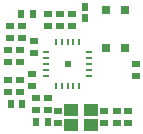
<source format=gbr>
G04 EAGLE Gerber RS-274X export*
G75*
%MOMM*%
%FSLAX34Y34*%
%LPD*%
%INSolderpaste Top*%
%IPPOS*%
%AMOC8*
5,1,8,0,0,1.08239X$1,22.5*%
G01*
%ADD10R,0.700000X0.600000*%
%ADD11R,0.600000X0.700000*%
%ADD12R,0.500000X0.500000*%
%ADD13R,0.482600X0.203200*%
%ADD14R,0.203200X0.482600*%
%ADD15R,1.200000X1.000000*%
%ADD16R,0.750000X0.700000*%
%ADD17R,0.500000X0.700000*%


D10*
X49530Y9986D03*
X49530Y19986D03*
X88678Y20240D03*
X88678Y10240D03*
X16764Y61548D03*
X16764Y71548D03*
X28924Y69548D03*
X28924Y79548D03*
X8494Y81868D03*
X8494Y91868D03*
X16764Y46148D03*
X16764Y36148D03*
X6604Y46148D03*
X6604Y36148D03*
D11*
X19224Y25908D03*
X9224Y25908D03*
X40814Y10668D03*
X30814Y10668D03*
D10*
X30734Y30908D03*
X30734Y20908D03*
X51054Y92028D03*
X51054Y102028D03*
D11*
X28114Y102108D03*
X18114Y102108D03*
D10*
X40894Y92028D03*
X40894Y102028D03*
X61214Y92028D03*
X61214Y102028D03*
X18654Y81868D03*
X18654Y91868D03*
X26924Y41228D03*
X26924Y51228D03*
X6604Y71548D03*
X6604Y61548D03*
X40894Y20908D03*
X40894Y30908D03*
D12*
X57404Y60198D03*
D13*
X38862Y70231D03*
X38862Y65151D03*
X38862Y60198D03*
X38862Y55245D03*
X38862Y50165D03*
X75946Y70231D03*
X75946Y65151D03*
X75946Y60198D03*
X75946Y55245D03*
X75946Y50165D03*
D14*
X47371Y78740D03*
X52451Y78740D03*
X57404Y78740D03*
X62357Y78740D03*
X67437Y78740D03*
X47371Y41656D03*
X52451Y41656D03*
X57404Y41656D03*
X62357Y41656D03*
X67437Y41656D03*
D15*
X60610Y8556D03*
X77610Y8556D03*
X60610Y21556D03*
X77610Y21556D03*
D10*
X115320Y49720D03*
X115320Y59720D03*
X99236Y10240D03*
X99236Y20240D03*
D16*
X106424Y73738D03*
X106424Y105738D03*
X89924Y105738D03*
X89924Y73738D03*
D17*
X72390Y108386D03*
X72390Y99386D03*
D10*
X108966Y20240D03*
X108966Y10240D03*
M02*

</source>
